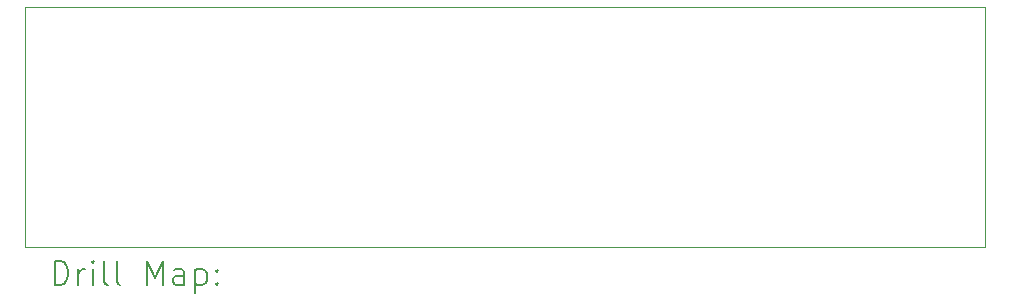
<source format=gbr>
%TF.GenerationSoftware,KiCad,Pcbnew,7.0.7*%
%TF.CreationDate,2024-07-03T20:06:24-05:00*%
%TF.ProjectId,LightsaberDesign,4c696768-7473-4616-9265-724465736967,rev?*%
%TF.SameCoordinates,Original*%
%TF.FileFunction,Drillmap*%
%TF.FilePolarity,Positive*%
%FSLAX45Y45*%
G04 Gerber Fmt 4.5, Leading zero omitted, Abs format (unit mm)*
G04 Created by KiCad (PCBNEW 7.0.7) date 2024-07-03 20:06:24*
%MOMM*%
%LPD*%
G01*
G04 APERTURE LIST*
%ADD10C,0.100000*%
%ADD11C,0.200000*%
G04 APERTURE END LIST*
D10*
X13976600Y-5663100D02*
X22104600Y-5663100D01*
X22104600Y-7695100D01*
X13976600Y-7695100D01*
X13976600Y-5663100D01*
D11*
X14232377Y-8011584D02*
X14232377Y-7811584D01*
X14232377Y-7811584D02*
X14279996Y-7811584D01*
X14279996Y-7811584D02*
X14308567Y-7821108D01*
X14308567Y-7821108D02*
X14327615Y-7840155D01*
X14327615Y-7840155D02*
X14337139Y-7859203D01*
X14337139Y-7859203D02*
X14346662Y-7897298D01*
X14346662Y-7897298D02*
X14346662Y-7925869D01*
X14346662Y-7925869D02*
X14337139Y-7963965D01*
X14337139Y-7963965D02*
X14327615Y-7983012D01*
X14327615Y-7983012D02*
X14308567Y-8002060D01*
X14308567Y-8002060D02*
X14279996Y-8011584D01*
X14279996Y-8011584D02*
X14232377Y-8011584D01*
X14432377Y-8011584D02*
X14432377Y-7878250D01*
X14432377Y-7916346D02*
X14441901Y-7897298D01*
X14441901Y-7897298D02*
X14451424Y-7887774D01*
X14451424Y-7887774D02*
X14470472Y-7878250D01*
X14470472Y-7878250D02*
X14489520Y-7878250D01*
X14556186Y-8011584D02*
X14556186Y-7878250D01*
X14556186Y-7811584D02*
X14546662Y-7821108D01*
X14546662Y-7821108D02*
X14556186Y-7830631D01*
X14556186Y-7830631D02*
X14565710Y-7821108D01*
X14565710Y-7821108D02*
X14556186Y-7811584D01*
X14556186Y-7811584D02*
X14556186Y-7830631D01*
X14679996Y-8011584D02*
X14660948Y-8002060D01*
X14660948Y-8002060D02*
X14651424Y-7983012D01*
X14651424Y-7983012D02*
X14651424Y-7811584D01*
X14784758Y-8011584D02*
X14765710Y-8002060D01*
X14765710Y-8002060D02*
X14756186Y-7983012D01*
X14756186Y-7983012D02*
X14756186Y-7811584D01*
X15013329Y-8011584D02*
X15013329Y-7811584D01*
X15013329Y-7811584D02*
X15079996Y-7954441D01*
X15079996Y-7954441D02*
X15146662Y-7811584D01*
X15146662Y-7811584D02*
X15146662Y-8011584D01*
X15327615Y-8011584D02*
X15327615Y-7906822D01*
X15327615Y-7906822D02*
X15318091Y-7887774D01*
X15318091Y-7887774D02*
X15299043Y-7878250D01*
X15299043Y-7878250D02*
X15260948Y-7878250D01*
X15260948Y-7878250D02*
X15241901Y-7887774D01*
X15327615Y-8002060D02*
X15308567Y-8011584D01*
X15308567Y-8011584D02*
X15260948Y-8011584D01*
X15260948Y-8011584D02*
X15241901Y-8002060D01*
X15241901Y-8002060D02*
X15232377Y-7983012D01*
X15232377Y-7983012D02*
X15232377Y-7963965D01*
X15232377Y-7963965D02*
X15241901Y-7944917D01*
X15241901Y-7944917D02*
X15260948Y-7935393D01*
X15260948Y-7935393D02*
X15308567Y-7935393D01*
X15308567Y-7935393D02*
X15327615Y-7925869D01*
X15422853Y-7878250D02*
X15422853Y-8078250D01*
X15422853Y-7887774D02*
X15441901Y-7878250D01*
X15441901Y-7878250D02*
X15479996Y-7878250D01*
X15479996Y-7878250D02*
X15499043Y-7887774D01*
X15499043Y-7887774D02*
X15508567Y-7897298D01*
X15508567Y-7897298D02*
X15518091Y-7916346D01*
X15518091Y-7916346D02*
X15518091Y-7973488D01*
X15518091Y-7973488D02*
X15508567Y-7992536D01*
X15508567Y-7992536D02*
X15499043Y-8002060D01*
X15499043Y-8002060D02*
X15479996Y-8011584D01*
X15479996Y-8011584D02*
X15441901Y-8011584D01*
X15441901Y-8011584D02*
X15422853Y-8002060D01*
X15603805Y-7992536D02*
X15613329Y-8002060D01*
X15613329Y-8002060D02*
X15603805Y-8011584D01*
X15603805Y-8011584D02*
X15594282Y-8002060D01*
X15594282Y-8002060D02*
X15603805Y-7992536D01*
X15603805Y-7992536D02*
X15603805Y-8011584D01*
X15603805Y-7887774D02*
X15613329Y-7897298D01*
X15613329Y-7897298D02*
X15603805Y-7906822D01*
X15603805Y-7906822D02*
X15594282Y-7897298D01*
X15594282Y-7897298D02*
X15603805Y-7887774D01*
X15603805Y-7887774D02*
X15603805Y-7906822D01*
M02*

</source>
